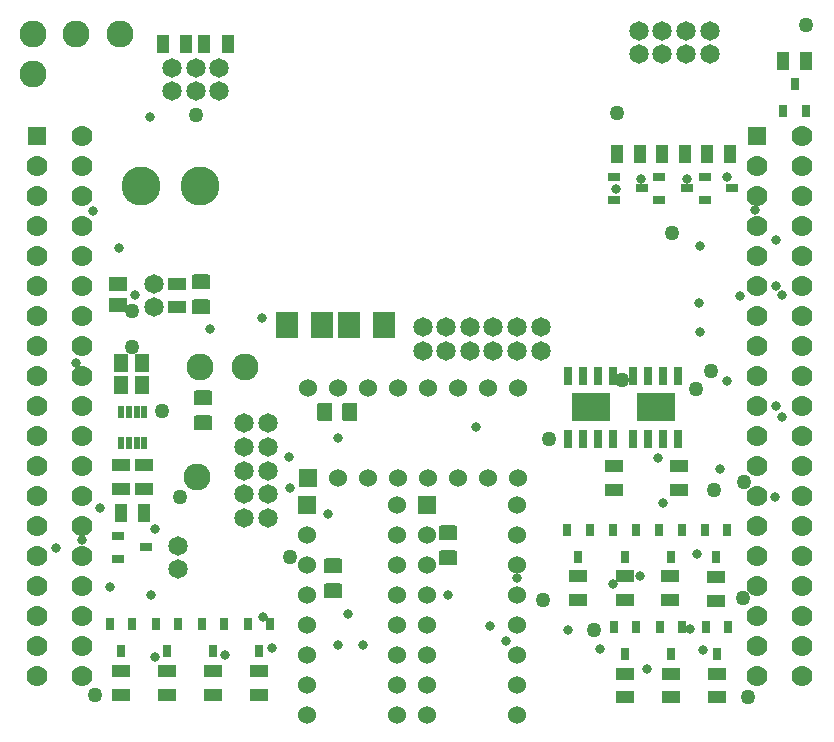
<source format=gbr>
G04 PROTEUS GERBER X2 FILE*
%TF.GenerationSoftware,Labcenter,Proteus,8.12-SP0-Build30713*%
%TF.CreationDate,2021-08-02T22:04:32+00:00*%
%TF.FileFunction,Soldermask,Top*%
%TF.FilePolarity,Negative*%
%TF.Part,Single*%
%TF.SameCoordinates,{7b106f40-0859-4ec3-be3a-1bfa3638fa75}*%
%FSLAX45Y45*%
%MOMM*%
G01*
%TA.AperFunction,Material*%
%ADD36C,0.812800*%
%ADD37C,1.270000*%
%AMPPAD032*
4,1,36,
0.762000,-0.635000,
0.762000,0.635000,
0.759470,0.660970,
0.752200,0.684980,
0.740650,0.706580,
0.725290,0.725290,
0.706570,0.740650,
0.684980,0.752200,
0.660970,0.759470,
0.635000,0.762000,
-0.635000,0.762000,
-0.660970,0.759470,
-0.684980,0.752200,
-0.706570,0.740650,
-0.725290,0.725290,
-0.740650,0.706580,
-0.752200,0.684980,
-0.759470,0.660970,
-0.762000,0.635000,
-0.762000,-0.635000,
-0.759470,-0.660970,
-0.752200,-0.684980,
-0.740650,-0.706580,
-0.725290,-0.725290,
-0.706570,-0.740650,
-0.684980,-0.752200,
-0.660970,-0.759470,
-0.635000,-0.762000,
0.635000,-0.762000,
0.660970,-0.759470,
0.684980,-0.752200,
0.706570,-0.740650,
0.725290,-0.725290,
0.740650,-0.706580,
0.752200,-0.684980,
0.759470,-0.660970,
0.762000,-0.635000,
0*%
%TA.AperFunction,Material*%
%ADD38PPAD032*%
%ADD39C,1.778000*%
%AMPPAD034*
4,1,36,
0.762000,0.635000,
0.762000,-0.635000,
0.759470,-0.660970,
0.752200,-0.684980,
0.740650,-0.706580,
0.725290,-0.725290,
0.706570,-0.740650,
0.684980,-0.752200,
0.660970,-0.759470,
0.635000,-0.762000,
-0.635000,-0.762000,
-0.660970,-0.759470,
-0.684980,-0.752200,
-0.706570,-0.740650,
-0.725290,-0.725290,
-0.740650,-0.706580,
-0.752200,-0.684980,
-0.759470,-0.660970,
-0.762000,-0.635000,
-0.762000,0.635000,
-0.759470,0.660970,
-0.752200,0.684980,
-0.740650,0.706580,
-0.725290,0.725290,
-0.706570,0.740650,
-0.684980,0.752200,
-0.660970,0.759470,
-0.635000,0.762000,
0.635000,0.762000,
0.660970,0.759470,
0.684980,0.752200,
0.706570,0.740650,
0.725290,0.725290,
0.740650,0.706580,
0.752200,0.684980,
0.759470,0.660970,
0.762000,0.635000,
0*%
%TA.AperFunction,Material*%
%ADD40PPAD034*%
%ADD41C,1.524000*%
%AMPPAD036*
4,1,4,
-0.304800,0.469900,
0.304800,0.469900,
0.304800,-0.469900,
-0.304800,-0.469900,
-0.304800,0.469900,
0*%
%TA.AperFunction,Material*%
%ADD42PPAD036*%
%AMPPAD037*
4,1,4,
-0.723900,-0.469900,
-0.723900,0.469900,
0.723900,0.469900,
0.723900,-0.469900,
-0.723900,-0.469900,
0*%
%TA.AperFunction,Material*%
%ADD43PPAD037*%
%AMPPAD038*
4,1,4,
0.228600,-0.520700,
-0.228600,-0.520700,
-0.228600,0.520700,
0.228600,0.520700,
0.228600,-0.520700,
0*%
%TA.AperFunction,Material*%
%ADD44PPAD038*%
%AMPPAD039*
4,1,4,
0.304800,-0.774700,
-0.304800,-0.774700,
-0.304800,0.774700,
0.304800,0.774700,
0.304800,-0.774700,
0*%
%TA.AperFunction,Material*%
%ADD45PPAD039*%
%AMPPAD040*
4,1,4,
-1.574800,-1.219200,
-1.574800,1.219200,
1.574800,1.219200,
1.574800,-1.219200,
-1.574800,-1.219200,
0*%
%ADD46PPAD040*%
%TA.AperFunction,Material*%
%ADD47C,1.651000*%
%AMPPAD042*
4,1,4,
-0.469900,0.723900,
0.469900,0.723900,
0.469900,-0.723900,
-0.469900,-0.723900,
-0.469900,0.723900,
0*%
%TA.AperFunction,Material*%
%ADD48PPAD042*%
%AMPPAD043*
4,1,36,
-0.635000,0.762000,
0.635000,0.762000,
0.660970,0.759470,
0.684980,0.752200,
0.706580,0.740650,
0.725290,0.725290,
0.740650,0.706570,
0.752200,0.684980,
0.759470,0.660970,
0.762000,0.635000,
0.762000,-0.635000,
0.759470,-0.660970,
0.752200,-0.684980,
0.740650,-0.706570,
0.725290,-0.725290,
0.706580,-0.740650,
0.684980,-0.752200,
0.660970,-0.759470,
0.635000,-0.762000,
-0.635000,-0.762000,
-0.660970,-0.759470,
-0.684980,-0.752200,
-0.706580,-0.740650,
-0.725290,-0.725290,
-0.740650,-0.706570,
-0.752200,-0.684980,
-0.759470,-0.660970,
-0.762000,-0.635000,
-0.762000,0.635000,
-0.759470,0.660970,
-0.752200,0.684980,
-0.740650,0.706570,
-0.725290,0.725290,
-0.706580,0.740650,
-0.684980,0.752200,
-0.660970,0.759470,
-0.635000,0.762000,
0*%
%TA.AperFunction,Material*%
%ADD49PPAD043*%
%TA.AperFunction,Material*%
%ADD50C,3.302000*%
%AMPPAD045*
4,1,36,
-0.762000,-0.508000,
-0.762000,0.508000,
-0.759470,0.533970,
-0.752200,0.557980,
-0.740650,0.579580,
-0.725290,0.598290,
-0.706570,0.613650,
-0.684980,0.625200,
-0.660970,0.632470,
-0.635000,0.635000,
0.635000,0.635000,
0.660970,0.632470,
0.684980,0.625200,
0.706570,0.613650,
0.725290,0.598290,
0.740650,0.579580,
0.752200,0.557980,
0.759470,0.533970,
0.762000,0.508000,
0.762000,-0.508000,
0.759470,-0.533970,
0.752200,-0.557980,
0.740650,-0.579580,
0.725290,-0.598290,
0.706570,-0.613650,
0.684980,-0.625200,
0.660970,-0.632470,
0.635000,-0.635000,
-0.635000,-0.635000,
-0.660970,-0.632470,
-0.684980,-0.625200,
-0.706570,-0.613650,
-0.725290,-0.598290,
-0.740650,-0.579580,
-0.752200,-0.557980,
-0.759470,-0.533970,
-0.762000,-0.508000,
0*%
%ADD51PPAD045*%
%AMPPAD046*
4,1,4,
-0.571500,0.723900,
0.571500,0.723900,
0.571500,-0.723900,
-0.571500,-0.723900,
-0.571500,0.723900,
0*%
%ADD52PPAD046*%
%AMPPAD047*
4,1,4,
0.723900,0.571500,
0.723900,-0.571500,
-0.723900,-0.571500,
-0.723900,0.571500,
0.723900,0.571500,
0*%
%ADD53PPAD047*%
%AMPPAD048*
4,1,4,
-0.469900,-0.304800,
-0.469900,0.304800,
0.469900,0.304800,
0.469900,-0.304800,
-0.469900,-0.304800,
0*%
%TA.AperFunction,Material*%
%ADD54PPAD048*%
%TA.AperFunction,Material*%
%ADD55C,2.286000*%
%AMPPAD050*
4,1,36,
-0.508000,0.762000,
0.508000,0.762000,
0.533970,0.759470,
0.557980,0.752200,
0.579580,0.740650,
0.598290,0.725290,
0.613650,0.706570,
0.625200,0.684980,
0.632470,0.660970,
0.635000,0.635000,
0.635000,-0.635000,
0.632470,-0.660970,
0.625200,-0.684980,
0.613650,-0.706570,
0.598290,-0.725290,
0.579580,-0.740650,
0.557980,-0.752200,
0.533970,-0.759470,
0.508000,-0.762000,
-0.508000,-0.762000,
-0.533970,-0.759470,
-0.557980,-0.752200,
-0.579580,-0.740650,
-0.598290,-0.725290,
-0.613650,-0.706570,
-0.625200,-0.684980,
-0.632470,-0.660970,
-0.635000,-0.635000,
-0.635000,0.635000,
-0.632470,0.660970,
-0.625200,0.684980,
-0.613650,0.706570,
-0.598290,0.725290,
-0.579580,0.740650,
-0.557980,0.752200,
-0.533970,0.759470,
-0.508000,0.762000,
0*%
%TA.AperFunction,Material*%
%ADD56PPAD050*%
%AMPPAD051*
4,1,4,
-0.901700,1.130300,
0.901700,1.130300,
0.901700,-1.130300,
-0.901700,-1.130300,
-0.901700,1.130300,
0*%
%ADD57PPAD051*%
%TD.AperFunction*%
D36*
X+3975000Y+2410000D03*
X+2248473Y+538991D03*
X+5030000Y+535000D03*
X+640000Y+1454682D03*
X+6045000Y+2060000D03*
X+5873646Y+3218160D03*
X+5863063Y+3466868D03*
X+6568019Y+3528460D03*
X+6568019Y+2497373D03*
X+6343584Y+4253300D03*
X+6519308Y+3998418D03*
X+6515000Y+3605000D03*
X+6514740Y+2589969D03*
X+6511320Y+1823177D03*
D37*
X+5967810Y+2889306D03*
D36*
X+1261942Y+1551886D03*
X+5760000Y+4515000D03*
X+5375000Y+4515000D03*
X+6105000Y+2800000D03*
X+1220000Y+5040000D03*
X+797004Y+1724754D03*
X+425000Y+1393278D03*
X+2893587Y+828904D03*
D37*
X+2406671Y+1313311D03*
D36*
X+4097083Y+730914D03*
X+3019851Y+568384D03*
X+2808185Y+566686D03*
X+2721250Y+1679634D03*
X+2400000Y+1900000D03*
D37*
X+6775000Y+5815000D03*
D36*
X+5870081Y+3946698D03*
X+6213656Y+3520168D03*
D37*
X+5839545Y+2738637D03*
X+4594367Y+2308458D03*
D36*
X+5562705Y+1772965D03*
X+5515000Y+2155000D03*
X+5852655Y+1342166D03*
X+3743848Y+995800D03*
X+4233969Y+605861D03*
X+5900000Y+525000D03*
X+5792917Y+700000D03*
X+5362947Y+1150658D03*
X+4326529Y+1136449D03*
X+5137455Y+1088483D03*
X+4756869Y+699624D03*
D37*
X+6280000Y+125000D03*
X+750087Y+142651D03*
D36*
X+875000Y+1056168D03*
X+1227746Y+989777D03*
X+2170612Y+808466D03*
D37*
X+1475494Y+1818235D03*
X+1315000Y+2550000D03*
D36*
X+736976Y+4245973D03*
X+956482Y+3932392D03*
X+1088666Y+3533666D03*
X+1850264Y+483591D03*
X+1260000Y+465000D03*
D37*
X+5993993Y+1877360D03*
X+6244015Y+1952651D03*
X+5170000Y+5070000D03*
D36*
X+6103527Y+4531143D03*
X+5423540Y+361688D03*
D37*
X+5210530Y+2814148D03*
X+6240000Y+970000D03*
X+4979473Y+693780D03*
D36*
X+5165305Y+4431240D03*
X+2163488Y+3339232D03*
X+595000Y+2960000D03*
X+2394949Y+2162980D03*
X+1725000Y+3245000D03*
X+2810000Y+2320000D03*
D37*
X+1605114Y+5058055D03*
X+1063678Y+3090396D03*
X+1067828Y+3393660D03*
X+4547116Y+952889D03*
X+5633621Y+4060070D03*
D38*
X+6356000Y+4880000D03*
D39*
X+6737000Y+4880000D03*
X+6356000Y+4626000D03*
X+6737000Y+4626000D03*
X+6356000Y+4372000D03*
X+6737000Y+4372000D03*
X+6356000Y+4118000D03*
X+6737000Y+4118000D03*
X+6356000Y+3864000D03*
X+6737000Y+3864000D03*
X+6356000Y+3610000D03*
X+6737000Y+3610000D03*
X+6356000Y+3356000D03*
X+6737000Y+3356000D03*
X+6356000Y+3102000D03*
X+6737000Y+3102000D03*
X+6356000Y+2848000D03*
X+6737000Y+2848000D03*
X+6356000Y+2594000D03*
X+6737000Y+2594000D03*
X+6356000Y+2340000D03*
X+6737000Y+2340000D03*
X+6356000Y+2086000D03*
X+6737000Y+2086000D03*
X+6356000Y+1832000D03*
X+6737000Y+1832000D03*
X+6356000Y+1578000D03*
X+6737000Y+1578000D03*
X+6356000Y+1324000D03*
X+6737000Y+1324000D03*
X+6356000Y+1070000D03*
X+6737000Y+1070000D03*
X+6356000Y+816000D03*
X+6737000Y+816000D03*
X+6356000Y+562000D03*
X+6737000Y+562000D03*
X+6356000Y+308000D03*
X+6737000Y+308000D03*
D40*
X+2547768Y+1750944D03*
D41*
X+2547768Y+1496944D03*
X+2547768Y+1242944D03*
X+2547768Y+988944D03*
X+2547768Y+734944D03*
X+2547768Y+480944D03*
X+2547768Y+226944D03*
X+2547768Y-27056D03*
X+3309768Y-27056D03*
X+3309768Y+226944D03*
X+3309768Y+480944D03*
X+3309768Y+734944D03*
X+3309768Y+988944D03*
X+3309768Y+1242944D03*
X+3309768Y+1496944D03*
X+3309768Y+1750944D03*
D40*
X+3559768Y+1750944D03*
D41*
X+3559768Y+1496944D03*
X+3559768Y+1242944D03*
X+3559768Y+988944D03*
X+3559768Y+734944D03*
X+3559768Y+480944D03*
X+3559768Y+226944D03*
X+3559768Y-27056D03*
X+4321768Y-27056D03*
X+4321768Y+226944D03*
X+4321768Y+480944D03*
X+4321768Y+734944D03*
X+4321768Y+988944D03*
X+4321768Y+1242944D03*
X+4321768Y+1496944D03*
X+4321768Y+1750944D03*
D42*
X+1065000Y+745000D03*
X+875000Y+745000D03*
X+970000Y+515000D03*
X+5725000Y+725000D03*
X+5535000Y+725000D03*
X+5630000Y+495000D03*
X+5330000Y+1545000D03*
X+5140000Y+1545000D03*
X+5235000Y+1315000D03*
D43*
X+5625000Y+125000D03*
X+5625000Y+325000D03*
X+970000Y+145000D03*
X+970000Y+345000D03*
X+1360000Y+145000D03*
X+1360000Y+345000D03*
D44*
X+975000Y+2280000D03*
X+1040000Y+2280000D03*
X+1105000Y+2280000D03*
X+1170000Y+2280000D03*
X+1170000Y+2540000D03*
X+1105000Y+2540000D03*
X+1040000Y+2540000D03*
X+975000Y+2540000D03*
D43*
X+970000Y+2090000D03*
X+970000Y+1890000D03*
X+1170000Y+1890000D03*
X+1170000Y+2090000D03*
X+5622301Y+950000D03*
X+5622301Y+1150000D03*
X+2140000Y+145000D03*
X+2140000Y+345000D03*
X+5235000Y+949000D03*
X+5235000Y+1149000D03*
X+1750000Y+145000D03*
X+1750000Y+345000D03*
X+6010000Y+945000D03*
X+6010000Y+1145000D03*
X+5240000Y+125000D03*
X+5240000Y+325000D03*
X+6020000Y+125000D03*
X+6020000Y+325000D03*
D42*
X+6105000Y+1545000D03*
X+5915000Y+1545000D03*
X+6010000Y+1315000D03*
X+5335000Y+725000D03*
X+5145000Y+725000D03*
X+5240000Y+495000D03*
X+6115000Y+725000D03*
X+5925000Y+725000D03*
X+6020000Y+495000D03*
X+1455000Y+745000D03*
X+1265000Y+745000D03*
X+1360000Y+515000D03*
D45*
X+5309500Y+2310000D03*
X+5436500Y+2310000D03*
X+5563500Y+2310000D03*
X+5690500Y+2310000D03*
X+5690500Y+2850000D03*
X+5563500Y+2850000D03*
X+5436500Y+2850000D03*
X+5309500Y+2850000D03*
D46*
X+5500000Y+2580000D03*
D45*
X+4759500Y+2310000D03*
X+4886500Y+2310000D03*
X+5013500Y+2310000D03*
X+5140500Y+2310000D03*
X+5140500Y+2850000D03*
X+5013500Y+2850000D03*
X+4886500Y+2850000D03*
X+4759500Y+2850000D03*
D46*
X+4950000Y+2580000D03*
D47*
X+1405000Y+5255000D03*
X+1405000Y+5455000D03*
X+1605000Y+5255000D03*
X+1605000Y+5455000D03*
X+1805000Y+5255000D03*
X+1805000Y+5455000D03*
D48*
X+1675000Y+5660000D03*
X+1875000Y+5660000D03*
X+1525000Y+5660000D03*
X+1325000Y+5660000D03*
X+970000Y+1690000D03*
X+1170000Y+1690000D03*
D49*
X+2555768Y+1984944D03*
D41*
X+2809768Y+1984944D03*
X+3063768Y+1984944D03*
X+3317768Y+1984944D03*
X+3571768Y+1984944D03*
X+3825768Y+1984944D03*
X+4079768Y+1984944D03*
X+4333768Y+1984944D03*
X+4333768Y+2746944D03*
X+4079768Y+2746944D03*
X+3825768Y+2746944D03*
X+3571768Y+2746944D03*
X+3317768Y+2746944D03*
X+3063768Y+2746944D03*
X+2809768Y+2746944D03*
X+2555768Y+2746944D03*
D43*
X+5700000Y+2080000D03*
X+5700000Y+1880000D03*
X+5150000Y+2080000D03*
X+5150000Y+1880000D03*
D50*
X+1139620Y+4455000D03*
X+1640000Y+4455000D03*
D51*
X+1664768Y+2449944D03*
X+1664768Y+2663304D03*
D52*
X+970000Y+2770000D03*
X+1150000Y+2770000D03*
X+970000Y+2960000D03*
X+1150000Y+2960000D03*
D53*
X+950000Y+3625000D03*
X+950000Y+3445000D03*
D47*
X+1249056Y+3629056D03*
X+1249056Y+3429056D03*
D43*
X+1449056Y+3429056D03*
X+1449056Y+3629056D03*
D51*
X+1649056Y+3642416D03*
X+1649056Y+3429056D03*
D42*
X+1845000Y+745000D03*
X+1655000Y+745000D03*
X+1750000Y+515000D03*
X+2235000Y+745000D03*
X+2045000Y+745000D03*
X+2140000Y+515000D03*
X+4940000Y+1545000D03*
X+4750000Y+1545000D03*
X+4845000Y+1315000D03*
D43*
X+4845000Y+950000D03*
X+4845000Y+1150000D03*
D42*
X+5720000Y+1545000D03*
X+5530000Y+1545000D03*
X+5625000Y+1315000D03*
D54*
X+950000Y+1490000D03*
X+950000Y+1300000D03*
X+1180000Y+1395000D03*
D48*
X+5170000Y+4725000D03*
X+5370000Y+4725000D03*
D54*
X+5150000Y+4530000D03*
X+5150000Y+4340000D03*
X+5380000Y+4435000D03*
X+5530000Y+4530000D03*
X+5530000Y+4340000D03*
X+5760000Y+4435000D03*
X+5915000Y+4530000D03*
X+5915000Y+4340000D03*
X+6145000Y+4435000D03*
D42*
X+6580000Y+5090000D03*
X+6770000Y+5090000D03*
X+6675000Y+5320000D03*
D48*
X+5550000Y+4725000D03*
X+5750000Y+4725000D03*
X+5930000Y+4725000D03*
X+6130000Y+4725000D03*
X+6775000Y+5510000D03*
X+6575000Y+5510000D03*
D38*
X+260000Y+4876000D03*
D39*
X+641000Y+4876000D03*
X+260000Y+4622000D03*
X+641000Y+4622000D03*
X+260000Y+4368000D03*
X+641000Y+4368000D03*
X+260000Y+4114000D03*
X+641000Y+4114000D03*
X+260000Y+3860000D03*
X+641000Y+3860000D03*
X+260000Y+3606000D03*
X+641000Y+3606000D03*
X+260000Y+3352000D03*
X+641000Y+3352000D03*
X+260000Y+3098000D03*
X+641000Y+3098000D03*
X+260000Y+2844000D03*
X+641000Y+2844000D03*
X+260000Y+2590000D03*
X+641000Y+2590000D03*
X+260000Y+2336000D03*
X+641000Y+2336000D03*
X+260000Y+2082000D03*
X+641000Y+2082000D03*
X+260000Y+1828000D03*
X+641000Y+1828000D03*
X+260000Y+1574000D03*
X+641000Y+1574000D03*
X+260000Y+1320000D03*
X+641000Y+1320000D03*
X+260000Y+1066000D03*
X+641000Y+1066000D03*
X+260000Y+812000D03*
X+641000Y+812000D03*
X+260000Y+558000D03*
X+641000Y+558000D03*
X+260000Y+304000D03*
X+641000Y+304000D03*
D47*
X+1455000Y+1210000D03*
X+1455000Y+1410000D03*
D55*
X+1615000Y+1990000D03*
X+230000Y+5405000D03*
D51*
X+2765000Y+1238360D03*
X+2765000Y+1025000D03*
X+3740000Y+1520000D03*
X+3740000Y+1306640D03*
D56*
X+2696640Y+2545000D03*
X+2910000Y+2545000D03*
D47*
X+5355000Y+5570000D03*
X+5355000Y+5770000D03*
X+5555000Y+5570000D03*
X+5555000Y+5770000D03*
X+5755000Y+5570000D03*
X+5755000Y+5770000D03*
X+5955000Y+5570000D03*
X+5955000Y+5770000D03*
X+2015000Y+2445000D03*
X+2215000Y+2445000D03*
X+2015000Y+2245000D03*
X+2215000Y+2245000D03*
X+2015000Y+2045000D03*
X+2215000Y+2045000D03*
X+2015000Y+1845000D03*
X+2215000Y+1845000D03*
X+2015000Y+1645000D03*
X+2215000Y+1645000D03*
D55*
X+230000Y+5740000D03*
X+595000Y+5740000D03*
X+960000Y+5740000D03*
D47*
X+3525000Y+3060000D03*
X+3525000Y+3260000D03*
X+3725000Y+3060000D03*
X+3725000Y+3260000D03*
X+3925000Y+3060000D03*
X+3925000Y+3260000D03*
X+4125000Y+3060000D03*
X+4125000Y+3260000D03*
X+4325000Y+3060000D03*
X+4325000Y+3260000D03*
X+4525000Y+3060000D03*
X+4525000Y+3260000D03*
D57*
X+2905000Y+3275000D03*
X+3195000Y+3275000D03*
X+2380000Y+3275000D03*
X+2670000Y+3275000D03*
D55*
X+1645000Y+2925000D03*
X+2020000Y+2925000D03*
M02*

</source>
